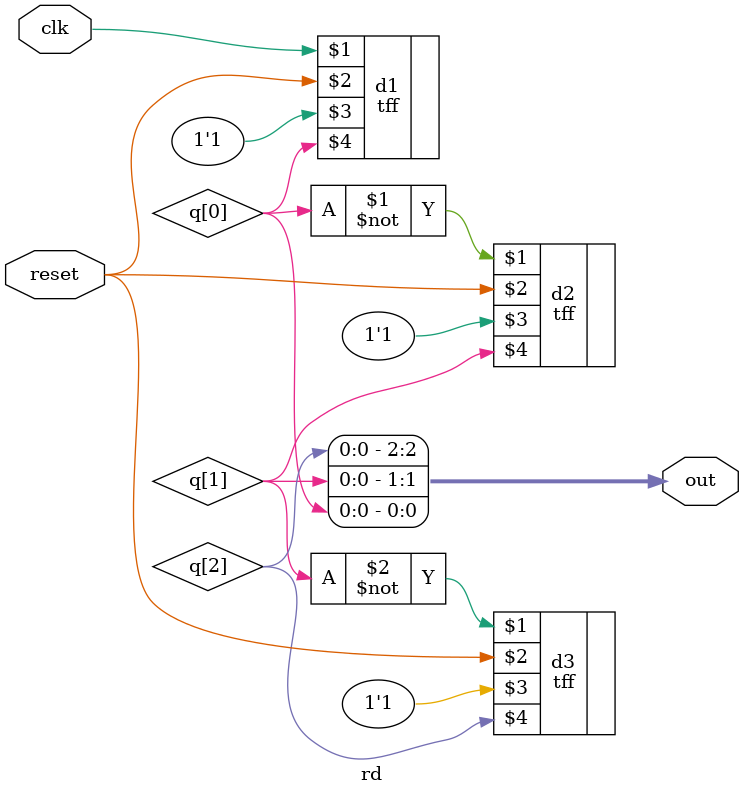
<source format=v>
`include "tff.v"
module rd ( 
  input clk,  
  input reset,  
  output [2:0] out
);  
  wire q[2:0];

  // Instantiate T flip-flops
  tff d1(clk, reset, 1'b1, q[0]);
  tff d2(~q[0], reset, 1'b1, q[1]);
  tff d3(~q[1], reset, 1'b1, q[2]);

  assign out = {q[2], q[1], q[0]};
endmodule

</source>
